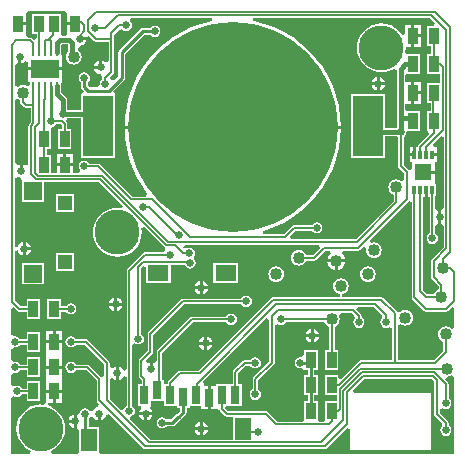
<source format=gbl>
G04 Layer_Physical_Order=2*
G04 Layer_Color=16711680*
%FSLAX25Y25*%
%MOIN*%
G70*
G01*
G75*
%ADD13R,0.03347X0.05512*%
%ADD28C,0.01000*%
%ADD29C,0.00600*%
%ADD30C,0.01500*%
%ADD33C,0.04000*%
%ADD34R,0.04921X0.04921*%
%ADD35R,0.05905X0.05905*%
%ADD36C,0.14961*%
%ADD37C,0.02500*%
%ADD38R,0.07087X0.05512*%
%ADD39R,0.05512X0.07480*%
%ADD40R,0.03150X0.05905*%
%ADD41R,0.05748X0.05354*%
%ADD42R,0.01181X0.02953*%
%ADD43R,0.09370X0.06496*%
%ADD44R,0.00984X0.02756*%
%ADD45C,0.70000*%
%ADD46R,0.10000X0.20000*%
G36*
X4082Y118940D02*
Y118500D01*
X4152Y118149D01*
X4351Y117851D01*
X5351Y116851D01*
X5649Y116652D01*
X6000Y116582D01*
X7645D01*
Y111640D01*
X7151Y111146D01*
X6952Y110848D01*
X6882Y110497D01*
Y97725D01*
X6700Y97581D01*
X5882Y97282D01*
X5378Y97619D01*
X5000Y97695D01*
Y95500D01*
X4000D01*
Y97695D01*
X3622Y97619D01*
X3318Y97416D01*
X2318Y97947D01*
Y119082D01*
X2694Y119338D01*
X3261Y119498D01*
X4082Y118940D01*
D02*
G37*
G36*
X148878Y26787D02*
Y1122D01*
X31448D01*
X30517Y1290D01*
X30517Y2122D01*
Y9970D01*
X26972D01*
Y12945D01*
X27184Y13087D01*
X27405Y13419D01*
X27755Y13492D01*
X28357Y13467D01*
X28517Y13419D01*
X28878Y12878D01*
X29622Y12381D01*
X30000Y12305D01*
Y14500D01*
X31000D01*
Y12305D01*
X31378Y12381D01*
X32122Y12878D01*
X32620Y13622D01*
X32710Y14078D01*
X33744Y14458D01*
X45124Y3078D01*
X45422Y2879D01*
X45773Y2809D01*
X105727D01*
X106078Y2879D01*
X106376Y3078D01*
X113000Y9702D01*
X114000Y9288D01*
Y2500D01*
X141000D01*
Y21500D01*
X115498D01*
X115116Y22424D01*
X118874Y26182D01*
X141323D01*
X142082Y25423D01*
Y14500D01*
X142152Y14149D01*
X142351Y13851D01*
X144720Y11482D01*
X144666Y10334D01*
X144257Y9722D01*
X144114Y9000D01*
X144257Y8278D01*
X144666Y7666D01*
X145278Y7257D01*
X146000Y7114D01*
X146722Y7257D01*
X147334Y7666D01*
X147743Y8278D01*
X147886Y9000D01*
X147743Y9722D01*
X147334Y10334D01*
X146918Y10612D01*
Y11500D01*
X146848Y11851D01*
X146649Y12149D01*
X143918Y14880D01*
Y16055D01*
X144072Y16182D01*
X144918Y16498D01*
X145278Y16257D01*
X146000Y16114D01*
X146722Y16257D01*
X147334Y16666D01*
X147743Y17278D01*
X147886Y18000D01*
X147743Y18722D01*
X147334Y19334D01*
X146918Y19612D01*
Y24500D01*
X146848Y24851D01*
X146649Y25149D01*
X145842Y25956D01*
X146309Y26903D01*
X146500Y26878D01*
X147179Y26967D01*
X147811Y27229D01*
X147878Y27281D01*
X148878Y26787D01*
D02*
G37*
G36*
X142422Y144780D02*
X142040Y143856D01*
X139672D01*
Y137144D01*
X141027D01*
Y134356D01*
X139672D01*
Y127644D01*
X144082D01*
Y124856D01*
X139672D01*
Y118144D01*
X140972D01*
Y115356D01*
X139672D01*
Y108644D01*
X139932D01*
X140346Y107644D01*
X136867Y104165D01*
X136668Y103867D01*
X136598Y103516D01*
Y103382D01*
X136047D01*
Y100906D01*
X135547D01*
Y100406D01*
X133957D01*
Y98429D01*
X134626D01*
Y95986D01*
X133724Y95675D01*
X133626Y95672D01*
X131918Y97380D01*
Y106888D01*
X132334Y107166D01*
X132743Y107778D01*
X132886Y108500D01*
X133004Y108644D01*
X137328D01*
Y115356D01*
X132782D01*
X132376Y116188D01*
Y116746D01*
X132382Y117744D01*
X133377Y117744D01*
X134555D01*
Y121500D01*
Y125256D01*
X132382Y125256D01*
X132376Y126254D01*
Y126812D01*
X132782Y127644D01*
X137328D01*
Y134356D01*
X133338D01*
X133074Y134525D01*
X132495Y135237D01*
X132619Y136500D01*
X132841Y136744D01*
X134555D01*
Y140500D01*
Y144256D01*
X132382D01*
Y141017D01*
X131382Y140766D01*
X131251Y141011D01*
X130241Y142241D01*
X129011Y143251D01*
X127607Y144001D01*
X126084Y144463D01*
X124500Y144619D01*
X122916Y144463D01*
X121393Y144001D01*
X119989Y143251D01*
X118759Y142241D01*
X117749Y141011D01*
X116999Y139607D01*
X116537Y138084D01*
X116381Y136500D01*
X116537Y134916D01*
X116999Y133393D01*
X117749Y131989D01*
X118759Y130759D01*
X119989Y129749D01*
X121393Y128999D01*
X122916Y128537D01*
X124500Y128381D01*
X126084Y128537D01*
X127607Y128999D01*
X128646Y129554D01*
X129530Y129088D01*
X129624Y128969D01*
Y113000D01*
Y109876D01*
X125600D01*
Y121100D01*
X114400D01*
Y99900D01*
X125600D01*
Y107124D01*
X129730D01*
X130082Y106888D01*
Y97000D01*
X130152Y96649D01*
X130351Y96351D01*
X132082Y94620D01*
Y92501D01*
X131965Y92397D01*
X131082Y92063D01*
X130811Y92271D01*
X130179Y92533D01*
X129500Y92622D01*
X128821Y92533D01*
X128189Y92271D01*
X127646Y91854D01*
X127229Y91311D01*
X126967Y90679D01*
X126878Y90000D01*
X126967Y89321D01*
X127229Y88689D01*
X127646Y88146D01*
X128189Y87729D01*
X128582Y87566D01*
Y85380D01*
X115920Y72718D01*
X94430D01*
X94015Y73718D01*
X95880Y75582D01*
X101388D01*
X101666Y75166D01*
X102278Y74757D01*
X103000Y74614D01*
X103722Y74757D01*
X104334Y75166D01*
X104743Y75778D01*
X104886Y76500D01*
X104743Y77222D01*
X104334Y77834D01*
X103722Y78243D01*
X103000Y78386D01*
X102278Y78243D01*
X101666Y77834D01*
X101388Y77418D01*
X95500D01*
X95149Y77348D01*
X94851Y77149D01*
X92120Y74418D01*
X85223D01*
X85100Y75418D01*
X85463Y75509D01*
X88793Y76700D01*
X91991Y78212D01*
X95025Y80031D01*
X97866Y82138D01*
X100487Y84513D01*
X102862Y87134D01*
X104969Y89975D01*
X106788Y93009D01*
X108300Y96207D01*
X109491Y99537D01*
X110351Y102968D01*
X110870Y106467D01*
X111019Y109500D01*
X75000D01*
X38981D01*
X39130Y106467D01*
X39649Y102968D01*
X40509Y99537D01*
X41700Y96207D01*
X43213Y93009D01*
X45031Y89975D01*
X46557Y87918D01*
X46054Y86918D01*
X41380D01*
X31649Y96649D01*
X31606Y96678D01*
X30634Y97649D01*
X30337Y97848D01*
X29986Y97918D01*
X27112D01*
X26834Y98334D01*
X26222Y98743D01*
X25500Y98886D01*
X24778Y98743D01*
X24166Y98334D01*
X23757Y97722D01*
X23614Y97000D01*
X23757Y96278D01*
X24102Y95762D01*
X23993Y95314D01*
X23720Y94762D01*
X21618D01*
Y97000D01*
X16272D01*
Y94762D01*
X14328D01*
Y100856D01*
X12973D01*
Y102644D01*
X14328D01*
Y109138D01*
X14385Y109457D01*
X14779Y110169D01*
X15222Y110257D01*
X15834Y110666D01*
X16112Y111082D01*
X17620D01*
X18027Y110675D01*
Y109356D01*
X16672D01*
Y102644D01*
X21218D01*
Y109356D01*
X19862D01*
Y111055D01*
X19793Y111406D01*
X19594Y111704D01*
X19439Y111859D01*
X19661Y113051D01*
X19770Y113124D01*
X24400D01*
Y99900D01*
X35600D01*
Y121100D01*
X35600D01*
X35186Y122100D01*
X38793Y125707D01*
X38793Y125707D01*
X39036Y126071D01*
X39122Y126500D01*
X39122Y126500D01*
Y134535D01*
X45465Y140878D01*
X47524D01*
X47666Y140666D01*
X48278Y140257D01*
X49000Y140114D01*
X49722Y140257D01*
X50334Y140666D01*
X50743Y141278D01*
X50886Y142000D01*
X50743Y142722D01*
X50334Y143334D01*
X49722Y143743D01*
X49000Y143886D01*
X48278Y143743D01*
X47666Y143334D01*
X47524Y143122D01*
X45000D01*
X44571Y143036D01*
X44207Y142793D01*
X44207Y142793D01*
X37207Y135793D01*
X36964Y135429D01*
X36878Y135000D01*
X36878Y135000D01*
Y126965D01*
X35557Y125643D01*
X34429Y125779D01*
X34024Y126468D01*
X34134Y126836D01*
X35149Y127851D01*
X35348Y128149D01*
X35418Y128500D01*
Y139500D01*
Y140923D01*
X37051Y142556D01*
X38166Y142666D01*
X38778Y142257D01*
X39500Y142114D01*
X40222Y142257D01*
X40834Y142666D01*
X41243Y143278D01*
X41386Y144000D01*
X41243Y144722D01*
X40834Y145334D01*
X40761Y145382D01*
X41064Y146382D01*
X68107D01*
X68181Y145382D01*
X67968Y145351D01*
X64537Y144491D01*
X61207Y143300D01*
X58009Y141788D01*
X54975Y139969D01*
X52134Y137862D01*
X49514Y135487D01*
X47138Y132866D01*
X45031Y130025D01*
X43213Y126991D01*
X41700Y123793D01*
X40509Y120463D01*
X39649Y117032D01*
X39130Y113533D01*
X38981Y110500D01*
X75000D01*
X111019D01*
X110870Y113533D01*
X110351Y117032D01*
X109491Y120463D01*
X108300Y123793D01*
X106788Y126991D01*
X104969Y130025D01*
X102862Y132866D01*
X100487Y135487D01*
X97866Y137862D01*
X95025Y139969D01*
X91991Y141788D01*
X88793Y143300D01*
X85463Y144491D01*
X82032Y145351D01*
X81819Y145382D01*
X81893Y146382D01*
X140820D01*
X142422Y144780D01*
D02*
G37*
G36*
X133712Y85330D02*
X134630Y85019D01*
Y53453D01*
X134699Y53102D01*
X134898Y52804D01*
X138851Y48851D01*
X139149Y48652D01*
X139500Y48582D01*
X146000D01*
X146351Y48652D01*
X146649Y48851D01*
X147955Y50157D01*
X148878Y49774D01*
Y43162D01*
X147878Y42823D01*
X147854Y42854D01*
X147311Y43271D01*
X146679Y43533D01*
X146000Y43622D01*
X145321Y43533D01*
X144689Y43271D01*
X144146Y42854D01*
X143729Y42311D01*
X143467Y41679D01*
X143378Y41000D01*
X143467Y40321D01*
X143729Y39689D01*
X144146Y39146D01*
X144689Y38729D01*
X145082Y38566D01*
Y35380D01*
X142120Y32418D01*
X129918D01*
Y43999D01*
X130035Y44103D01*
X130918Y44437D01*
X131189Y44229D01*
X131821Y43967D01*
X132500Y43878D01*
X133179Y43967D01*
X133811Y44229D01*
X134354Y44646D01*
X134771Y45189D01*
X135033Y45821D01*
X135122Y46500D01*
X135033Y47179D01*
X134771Y47811D01*
X134354Y48354D01*
X133811Y48771D01*
X133179Y49033D01*
X132500Y49122D01*
X131821Y49033D01*
X131189Y48771D01*
X130838Y48502D01*
X130613Y48467D01*
X130052Y48530D01*
X129654Y48647D01*
X129628Y48670D01*
X125149Y53149D01*
X124851Y53348D01*
X124500Y53418D01*
X111370D01*
X111304Y54418D01*
X111679Y54467D01*
X112311Y54729D01*
X112854Y55146D01*
X113271Y55689D01*
X113533Y56321D01*
X113622Y57000D01*
X113533Y57679D01*
X113271Y58311D01*
X112854Y58854D01*
X112311Y59271D01*
X111679Y59533D01*
X111000Y59622D01*
X110321Y59533D01*
X109689Y59271D01*
X109146Y58854D01*
X108729Y58311D01*
X108467Y57679D01*
X108378Y57000D01*
X108467Y56321D01*
X108729Y55689D01*
X109146Y55146D01*
X109689Y54729D01*
X110321Y54467D01*
X110696Y54418D01*
X110630Y53418D01*
X88500D01*
X88149Y53348D01*
X87851Y53149D01*
X63620Y28918D01*
X57500D01*
X57149Y28848D01*
X56851Y28649D01*
X53520Y25318D01*
X53321Y25020D01*
X53252Y24669D01*
Y24340D01*
X52013D01*
Y25915D01*
X51418D01*
Y34620D01*
X61880Y45082D01*
X72888D01*
X73166Y44666D01*
X73778Y44257D01*
X74500Y44114D01*
X75222Y44257D01*
X75834Y44666D01*
X76243Y45278D01*
X76386Y46000D01*
X76243Y46722D01*
X75834Y47334D01*
X75222Y47743D01*
X74500Y47886D01*
X73778Y47743D01*
X73166Y47334D01*
X72888Y46918D01*
X61500D01*
X61149Y46848D01*
X60851Y46649D01*
X49851Y35649D01*
X49652Y35351D01*
X49582Y35000D01*
Y31984D01*
X48693Y31422D01*
X48582Y31414D01*
X48280Y31474D01*
Y29280D01*
X47280D01*
Y31474D01*
X46902Y31399D01*
X46117Y32078D01*
X46075Y32277D01*
X48149Y34351D01*
X48348Y34649D01*
X48418Y35000D01*
Y40620D01*
X58880Y51082D01*
X77888D01*
X78166Y50666D01*
X78778Y50257D01*
X79500Y50114D01*
X80222Y50257D01*
X80834Y50666D01*
X81243Y51278D01*
X81386Y52000D01*
X81243Y52722D01*
X80834Y53334D01*
X80222Y53743D01*
X79500Y53886D01*
X78778Y53743D01*
X78166Y53334D01*
X77888Y52918D01*
X58500D01*
X58149Y52848D01*
X57851Y52649D01*
X46851Y41649D01*
X46652Y41351D01*
X46582Y41000D01*
Y35380D01*
X43851Y32649D01*
X43652Y32351D01*
X43582Y32000D01*
Y27000D01*
X43652Y26649D01*
X43851Y26351D01*
X44590Y25612D01*
Y24340D01*
X43333D01*
Y17235D01*
X44243D01*
X44546Y16235D01*
X44378Y16122D01*
X43881Y15378D01*
X43805Y15000D01*
X48195D01*
X48120Y15378D01*
X47622Y16122D01*
X47454Y16235D01*
X47683Y17235D01*
X47683Y17284D01*
Y18810D01*
X51995D01*
Y17235D01*
X56325D01*
Y16447D01*
X57337D01*
X57361Y15447D01*
X56408Y14494D01*
X56107Y14293D01*
X56107Y14293D01*
X54435Y12622D01*
X52976D01*
X52834Y12834D01*
X52222Y13243D01*
X51500Y13386D01*
X50778Y13243D01*
X50166Y12834D01*
X49757Y12222D01*
X49614Y11500D01*
X49757Y10778D01*
X50166Y10166D01*
X50778Y9757D01*
X51500Y9614D01*
X52222Y9757D01*
X52834Y10166D01*
X52976Y10378D01*
X54900D01*
X54900Y10378D01*
X55329Y10464D01*
X55693Y10707D01*
X57442Y12456D01*
X57743Y12657D01*
X59293Y14207D01*
X59293Y14207D01*
X59536Y14571D01*
X59622Y15000D01*
X59622Y15000D01*
Y16447D01*
X60675D01*
Y17235D01*
X64533D01*
Y15935D01*
X66608D01*
Y19887D01*
Y23840D01*
X65798D01*
X65275Y24170D01*
X65065Y25267D01*
X86082Y46285D01*
X87082Y45870D01*
Y31880D01*
X81851Y26649D01*
X81652Y26351D01*
X81582Y26000D01*
Y22612D01*
X81166Y22334D01*
X80757Y21722D01*
X80614Y21000D01*
X80757Y20278D01*
X81166Y19666D01*
X81778Y19257D01*
X82500Y19114D01*
X83222Y19257D01*
X83834Y19666D01*
X84243Y20278D01*
X84386Y21000D01*
X84243Y21722D01*
X83834Y22334D01*
X83418Y22612D01*
Y25620D01*
X88649Y30851D01*
X88848Y31149D01*
X88918Y31500D01*
Y44055D01*
X89073Y44182D01*
X89918Y44498D01*
X90278Y44257D01*
X91000Y44114D01*
X91722Y44257D01*
X92334Y44666D01*
X92612Y45082D01*
X105566D01*
X105729Y44689D01*
X106146Y44146D01*
X106689Y43729D01*
X107082Y43566D01*
Y35856D01*
X105672D01*
Y29144D01*
X110218D01*
Y35856D01*
X108918D01*
Y43566D01*
X109311Y43729D01*
X109854Y44146D01*
X110271Y44689D01*
X110533Y45321D01*
X110622Y46000D01*
X110533Y46679D01*
X110366Y47082D01*
X110669Y47770D01*
X110940Y48082D01*
X114620D01*
X115366Y47336D01*
X115666Y46334D01*
X115257Y45722D01*
X115114Y45000D01*
X115257Y44278D01*
X115666Y43666D01*
X116278Y43257D01*
X117000Y43114D01*
X117722Y43257D01*
X118334Y43666D01*
X118743Y44278D01*
X118886Y45000D01*
X118743Y45722D01*
X118334Y46334D01*
X117918Y46612D01*
Y47000D01*
X117848Y47351D01*
X117649Y47649D01*
X116215Y49082D01*
X116630Y50082D01*
X122120D01*
X124721Y47482D01*
X124666Y46334D01*
X124257Y45722D01*
X124114Y45000D01*
X124257Y44278D01*
X124666Y43666D01*
X125278Y43257D01*
X126000Y43114D01*
X126722Y43257D01*
X127082Y43498D01*
X127927Y43182D01*
X128082Y43055D01*
Y32418D01*
X117803D01*
X117452Y32348D01*
X117154Y32149D01*
X111142Y26137D01*
X110218Y26520D01*
Y27356D01*
X105672D01*
Y20644D01*
X109682D01*
Y18856D01*
X105672D01*
Y12144D01*
X104765Y11918D01*
X104235D01*
X103328Y12144D01*
X103328Y12918D01*
Y18856D01*
X102177D01*
Y20644D01*
X103328D01*
Y27356D01*
X102177D01*
Y29144D01*
X103328D01*
Y35856D01*
X98782D01*
Y33980D01*
X97782Y33330D01*
X97500Y33386D01*
X96778Y33243D01*
X96166Y32834D01*
X95757Y32222D01*
X95614Y31500D01*
X95757Y30778D01*
X96166Y30166D01*
X96778Y29757D01*
X97500Y29614D01*
X97782Y29670D01*
X98782Y29144D01*
Y29144D01*
X99934D01*
Y27356D01*
X98782D01*
Y20644D01*
X99934D01*
Y18856D01*
X98782D01*
Y12918D01*
X98782Y12144D01*
X97876Y11918D01*
X89880D01*
X86649Y15149D01*
X86351Y15348D01*
X86000Y15418D01*
X73380D01*
X72563Y16235D01*
X72780Y17235D01*
X77998D01*
Y24340D01*
X76740D01*
Y27943D01*
X79380Y30582D01*
X80888D01*
X81166Y30166D01*
X81778Y29757D01*
X82500Y29614D01*
X83222Y29757D01*
X83834Y30166D01*
X84243Y30778D01*
X84386Y31500D01*
X84243Y32222D01*
X83834Y32834D01*
X83222Y33243D01*
X82500Y33386D01*
X81778Y33243D01*
X81166Y32834D01*
X80888Y32418D01*
X79000D01*
X78649Y32348D01*
X78351Y32149D01*
X75174Y28972D01*
X74975Y28674D01*
X74905Y28323D01*
Y24340D01*
X69317D01*
Y23840D01*
X67608D01*
Y19887D01*
Y15935D01*
X69683D01*
X69683Y15935D01*
X70619Y15782D01*
X70644Y15657D01*
X70843Y15359D01*
X72351Y13851D01*
X72649Y13652D01*
X73000Y13582D01*
X75085D01*
Y5844D01*
X47453D01*
X40657Y12641D01*
X40999Y13713D01*
X41222Y13757D01*
X41834Y14166D01*
X42243Y14778D01*
X42386Y15500D01*
X42243Y16222D01*
X41834Y16834D01*
X41418Y17112D01*
Y37555D01*
X41572Y37682D01*
X42418Y37998D01*
X42778Y37757D01*
X43500Y37614D01*
X44222Y37757D01*
X44834Y38166D01*
X45243Y38778D01*
X45386Y39500D01*
X45243Y40222D01*
X44834Y40834D01*
X44418Y41112D01*
Y63077D01*
X45178Y63699D01*
X46050Y63338D01*
Y57983D01*
X54336D01*
Y64082D01*
X58997D01*
X59007Y64028D01*
X59416Y63416D01*
X60028Y63007D01*
X60750Y62864D01*
X61472Y63007D01*
X62084Y63416D01*
X62493Y64028D01*
X62636Y64750D01*
X62493Y65472D01*
X62084Y66084D01*
X62198Y67211D01*
X62243Y67278D01*
X62386Y68000D01*
X62243Y68722D01*
X61834Y69334D01*
X61222Y69743D01*
X60500Y69886D01*
X59778Y69743D01*
X59585Y69613D01*
X58463Y69901D01*
X59046Y70882D01*
X103670D01*
X104085Y69882D01*
X101620Y67418D01*
X99434D01*
X99271Y67811D01*
X98854Y68354D01*
X98311Y68771D01*
X97679Y69033D01*
X97000Y69122D01*
X96321Y69033D01*
X95689Y68771D01*
X95146Y68354D01*
X94729Y67811D01*
X94467Y67179D01*
X94378Y66500D01*
X94467Y65821D01*
X94729Y65189D01*
X95146Y64646D01*
X95689Y64229D01*
X96321Y63967D01*
X97000Y63878D01*
X97679Y63967D01*
X98311Y64229D01*
X98854Y64646D01*
X99271Y65189D01*
X99434Y65582D01*
X102000D01*
X102351Y65652D01*
X102649Y65851D01*
X105680Y68882D01*
X107337D01*
X107677Y67882D01*
X107360Y67640D01*
X106879Y67013D01*
X106577Y66283D01*
X106540Y66000D01*
X109500D01*
X112460D01*
X112423Y66283D01*
X112120Y67013D01*
X111640Y67640D01*
X111323Y67882D01*
X111663Y68882D01*
X116800D01*
X117151Y68952D01*
X117449Y69151D01*
X118673Y70375D01*
X119521Y69809D01*
X119467Y69679D01*
X119378Y69000D01*
X119467Y68321D01*
X119729Y67689D01*
X120146Y67146D01*
X120689Y66729D01*
X121321Y66467D01*
X122000Y66378D01*
X122679Y66467D01*
X123311Y66729D01*
X123854Y67146D01*
X124271Y67689D01*
X124533Y68321D01*
X124622Y69000D01*
X124533Y69679D01*
X124271Y70311D01*
X123854Y70854D01*
X123311Y71271D01*
X122679Y71533D01*
X122000Y71622D01*
X121321Y71533D01*
X121191Y71479D01*
X120625Y72327D01*
X133630Y85332D01*
X133712Y85330D01*
D02*
G37*
G36*
X145282Y106694D02*
Y82960D01*
X144500Y82395D01*
Y80000D01*
Y77605D01*
X145282Y77040D01*
Y70080D01*
X141351Y66149D01*
X141152Y65851D01*
X141082Y65500D01*
Y60000D01*
X141152Y59649D01*
X141351Y59351D01*
X143582Y57120D01*
Y55934D01*
X143189Y55771D01*
X142646Y55354D01*
X142229Y54811D01*
X142066Y54418D01*
X139880D01*
X138433Y55864D01*
Y86618D01*
X138984D01*
Y89095D01*
X139984D01*
Y86618D01*
X140582D01*
Y74612D01*
X140166Y74334D01*
X139757Y73722D01*
X139614Y73000D01*
X139757Y72278D01*
X140166Y71666D01*
X140778Y71257D01*
X141500Y71114D01*
X142222Y71257D01*
X142834Y71666D01*
X143243Y72278D01*
X143386Y73000D01*
X143243Y73722D01*
X142834Y74334D01*
X142418Y74612D01*
Y77240D01*
X143418Y77822D01*
X143500Y77805D01*
Y80000D01*
Y82195D01*
X143418Y82178D01*
X142418Y82760D01*
Y87018D01*
X142643D01*
Y91171D01*
X142374Y91323D01*
Y94500D01*
X138500D01*
Y95500D01*
X142374D01*
Y98429D01*
X143043D01*
Y100406D01*
X141453D01*
Y101406D01*
X143043D01*
Y103382D01*
X141970D01*
X141588Y104306D01*
X144359Y107077D01*
X145282Y106694D01*
D02*
G37*
G36*
X3622Y93381D02*
X4500Y93206D01*
X4524Y93211D01*
X4817Y92250D01*
Y85227D01*
X11923D01*
Y91726D01*
X30476D01*
X38290Y83912D01*
X38267Y83806D01*
X37796Y82992D01*
X36500Y83119D01*
X34916Y82963D01*
X33393Y82501D01*
X31989Y81751D01*
X30759Y80741D01*
X29749Y79511D01*
X28999Y78107D01*
X28537Y76584D01*
X28381Y75000D01*
X28537Y73416D01*
X28999Y71893D01*
X29749Y70489D01*
X30759Y69259D01*
X31989Y68249D01*
X33393Y67499D01*
X34916Y67037D01*
X36500Y66881D01*
X38084Y67037D01*
X39607Y67499D01*
X41011Y68249D01*
X42241Y69259D01*
X43251Y70489D01*
X44001Y71893D01*
X44463Y73416D01*
X44619Y75000D01*
X44492Y76296D01*
X45306Y76767D01*
X45412Y76790D01*
X52251Y69951D01*
X52395Y69855D01*
X52526Y69360D01*
X52279Y68921D01*
X51716Y68418D01*
X45803D01*
X45452Y68348D01*
X45154Y68149D01*
X39851Y62846D01*
X39652Y62548D01*
X39582Y62197D01*
Y29384D01*
X38656Y28921D01*
X38582Y28933D01*
X38122Y29622D01*
X37378Y30119D01*
X37000Y30195D01*
Y28000D01*
Y25805D01*
X37378Y25881D01*
X38122Y26378D01*
X38582Y27067D01*
X38656Y27079D01*
X39582Y26616D01*
Y17112D01*
X39166Y16834D01*
X38757Y16222D01*
X38713Y15999D01*
X37641Y15657D01*
X33918Y19380D01*
Y26015D01*
X34685Y26305D01*
X34918Y26351D01*
X35622Y25881D01*
X36000Y25805D01*
Y28000D01*
Y30195D01*
X35622Y30119D01*
X34918Y29649D01*
X34685Y29695D01*
X33918Y29985D01*
Y31500D01*
X33848Y31851D01*
X33649Y32149D01*
X26649Y39149D01*
X26351Y39348D01*
X26000Y39418D01*
X22612D01*
X22334Y39834D01*
X21722Y40243D01*
X21000Y40386D01*
X20278Y40243D01*
X19666Y39834D01*
X19257Y39222D01*
X19114Y38500D01*
X19257Y37778D01*
X19666Y37166D01*
X20278Y36757D01*
X21000Y36614D01*
X21722Y36757D01*
X22334Y37166D01*
X22612Y37582D01*
X25620D01*
X32082Y31120D01*
Y27052D01*
X31364Y26742D01*
X31082Y26715D01*
X27149Y30649D01*
X26851Y30848D01*
X26500Y30918D01*
X22612D01*
X22334Y31334D01*
X21722Y31743D01*
X21000Y31886D01*
X20278Y31743D01*
X19666Y31334D01*
X19257Y30722D01*
X19114Y30000D01*
X19257Y29278D01*
X19666Y28666D01*
X20278Y28257D01*
X21000Y28114D01*
X21722Y28257D01*
X22334Y28666D01*
X22612Y29082D01*
X26120D01*
X29582Y25620D01*
Y19000D01*
X29652Y18649D01*
X29851Y18351D01*
X30458Y17744D01*
X30078Y16710D01*
X29622Y16620D01*
X28878Y16122D01*
X28464Y15502D01*
X28462Y15502D01*
X27839Y15425D01*
X27378Y15464D01*
X27184Y15755D01*
X26572Y16164D01*
X25850Y16307D01*
X25128Y16164D01*
X24517Y15755D01*
X24108Y15143D01*
X24054Y14871D01*
X23907Y14708D01*
X23156Y14235D01*
X23000Y14199D01*
Y12000D01*
Y9628D01*
X23781Y9072D01*
X23806Y9024D01*
Y2122D01*
X23806Y1290D01*
X22875Y1122D01*
X14588D01*
X14337Y2121D01*
X15511Y2749D01*
X16741Y3759D01*
X17751Y4989D01*
X18501Y6393D01*
X18963Y7916D01*
X19119Y9500D01*
X18963Y11084D01*
X18501Y12607D01*
X17751Y14011D01*
X16741Y15241D01*
X15511Y16251D01*
X14136Y16986D01*
X13343Y17485D01*
Y17485D01*
X13343D01*
X13455Y18244D01*
X13681Y18244D01*
X13681Y18244D01*
X13703Y18244D01*
X14945D01*
Y21500D01*
X12772D01*
X12772Y18961D01*
X12772Y18411D01*
X12388Y17866D01*
D01*
X12388Y17866D01*
X11512Y17569D01*
X11000Y17619D01*
X9416Y17463D01*
X7893Y17001D01*
X6489Y16251D01*
X5259Y15241D01*
X4249Y14011D01*
X3499Y12607D01*
X3037Y11084D01*
X2881Y9500D01*
X3037Y7916D01*
X3499Y6393D01*
X4249Y4989D01*
X5259Y3759D01*
X6489Y2749D01*
X7663Y2121D01*
X7412Y1122D01*
X1122D01*
Y19827D01*
X2121Y20362D01*
X2278Y20257D01*
X3000Y20114D01*
X3722Y20257D01*
X4334Y20666D01*
X4612Y21082D01*
X6282D01*
Y18644D01*
X10828D01*
Y25356D01*
X6282D01*
Y22918D01*
X4612D01*
X4334Y23334D01*
X3722Y23743D01*
X3000Y23886D01*
X2278Y23743D01*
X2121Y23638D01*
X1122Y24172D01*
Y27493D01*
X1285Y27684D01*
X2122Y28189D01*
X2500Y28114D01*
X3222Y28257D01*
X3834Y28666D01*
X4112Y29082D01*
X6282D01*
Y26644D01*
X10828D01*
Y33356D01*
X6282D01*
Y30918D01*
X4112D01*
X3834Y31334D01*
X3222Y31743D01*
X2500Y31886D01*
X2122Y31811D01*
X1285Y32316D01*
X1122Y32507D01*
Y35993D01*
X1285Y36184D01*
X2122Y36689D01*
X2500Y36614D01*
X3222Y36757D01*
X3834Y37166D01*
X4112Y37582D01*
X6282D01*
Y35144D01*
X10828D01*
Y41856D01*
X6282D01*
Y39418D01*
X4112D01*
X3834Y39834D01*
X3222Y40243D01*
X2500Y40386D01*
X2122Y40311D01*
X1285Y40816D01*
X1122Y41007D01*
Y49572D01*
X2045Y49955D01*
X3149Y48851D01*
X3447Y48652D01*
X3798Y48582D01*
X6282D01*
Y46144D01*
X10828D01*
Y52856D01*
X6282D01*
Y50418D01*
X4178D01*
X2318Y52278D01*
Y68840D01*
X3318Y68938D01*
X3381Y68622D01*
X3878Y67878D01*
X4622Y67381D01*
X5000Y67305D01*
Y69500D01*
Y71695D01*
X4622Y71619D01*
X3878Y71122D01*
X3381Y70378D01*
X3318Y70062D01*
X2318Y70160D01*
Y93053D01*
X3318Y93584D01*
X3622Y93381D01*
D02*
G37*
G36*
X28811Y138851D02*
X29108Y138652D01*
X29459Y138582D01*
X33582D01*
Y131985D01*
X32815Y131695D01*
X32582Y131649D01*
X31878Y132120D01*
X31500Y132195D01*
Y130000D01*
X31000D01*
Y129500D01*
X28805D01*
X28881Y129122D01*
X29378Y128378D01*
X30122Y127881D01*
X31000Y127706D01*
X31495Y126911D01*
X31346Y125954D01*
X31166Y125834D01*
X30757Y125222D01*
X30614Y124500D01*
X30659Y124272D01*
X29985Y123272D01*
X27315D01*
X26622Y123965D01*
Y125024D01*
X26834Y125166D01*
X27243Y125778D01*
X27386Y126500D01*
X27243Y127222D01*
X26834Y127834D01*
X26222Y128243D01*
X25500Y128386D01*
X24778Y128243D01*
X24166Y127834D01*
X23757Y127222D01*
X23614Y126500D01*
X23757Y125778D01*
X24166Y125166D01*
X24378Y125024D01*
Y123500D01*
X24378Y123500D01*
X24464Y123071D01*
X24707Y122707D01*
X25314Y122100D01*
X24900Y121100D01*
X24400D01*
Y115876D01*
X19876D01*
Y119000D01*
X19876Y119000D01*
X19772Y119527D01*
X19473Y119973D01*
X17813Y121633D01*
Y123890D01*
X17741Y124252D01*
X18185Y125252D01*
X18185D01*
Y129000D01*
X6815D01*
Y125252D01*
X7471D01*
Y124134D01*
X6471Y123649D01*
X6311Y123771D01*
X5679Y124033D01*
X5000Y124122D01*
X4321Y124033D01*
X3689Y123771D01*
X3318Y123486D01*
X2694Y123662D01*
X2318Y123918D01*
Y130715D01*
X2631Y130974D01*
X3318Y131342D01*
X3500Y131305D01*
Y133500D01*
X4500D01*
Y131305D01*
X4878Y131380D01*
X5622Y131878D01*
X5815Y132166D01*
X6815Y131863D01*
Y130000D01*
X18185D01*
Y133748D01*
X18185Y133748D01*
X17741Y134748D01*
X17813Y135110D01*
Y137367D01*
X18070Y137624D01*
X19930D01*
X20124Y137430D01*
Y135326D01*
X19729Y134811D01*
X19467Y134179D01*
X19378Y133500D01*
X19467Y132821D01*
X19729Y132189D01*
X20146Y131646D01*
X20689Y131229D01*
X21321Y130967D01*
X22000Y130878D01*
X22679Y130967D01*
X23311Y131229D01*
X23854Y131646D01*
X24271Y132189D01*
X24533Y132821D01*
X24622Y133500D01*
X24533Y134179D01*
X24271Y134811D01*
X23854Y135354D01*
X23476Y135645D01*
X23343Y136326D01*
X23351Y136470D01*
X24000Y137206D01*
X24878Y137381D01*
X25622Y137878D01*
X26120Y138622D01*
X26195Y139000D01*
X24000D01*
Y140000D01*
X26195D01*
X26182Y140066D01*
X27103Y140559D01*
X28811Y138851D01*
D02*
G37*
G36*
X19772Y148256D02*
Y145000D01*
X22445D01*
Y144000D01*
X19772D01*
X19772Y140744D01*
X18924Y140376D01*
X18389D01*
X17828Y141144D01*
Y147856D01*
X13282D01*
Y147856D01*
X12718D01*
Y147856D01*
X8172D01*
Y141144D01*
X9614D01*
Y139598D01*
X8614Y139184D01*
X8149Y139649D01*
X7851Y139848D01*
X7500Y139918D01*
X6647D01*
X6228Y140744D01*
Y144000D01*
X3555D01*
Y145000D01*
X6228D01*
Y148256D01*
X6971Y148878D01*
X19029D01*
X19772Y148256D01*
D02*
G37*
%LPC*%
G36*
X135047Y103382D02*
X133957D01*
Y101406D01*
X135047D01*
Y103382D01*
D02*
G37*
G36*
X137728Y121000D02*
X135555D01*
Y117744D01*
X137728D01*
Y121000D01*
D02*
G37*
G36*
X135555Y125256D02*
Y122000D01*
X137728D01*
Y125256D01*
X135555D01*
D02*
G37*
G36*
X18445Y101256D02*
X16272D01*
Y98000D01*
X18445D01*
Y101256D01*
D02*
G37*
G36*
X21618D02*
X19445D01*
Y98000D01*
X21618D01*
Y101256D01*
D02*
G37*
G36*
X123000Y124000D02*
X121305D01*
X121380Y123622D01*
X121878Y122878D01*
X122622Y122380D01*
X123000Y122305D01*
Y124000D01*
D02*
G37*
G36*
X137728Y140000D02*
X135555D01*
Y136744D01*
X137728D01*
Y140000D01*
D02*
G37*
G36*
Y144256D02*
X135555D01*
Y141000D01*
X137728D01*
Y144256D01*
D02*
G37*
G36*
X125695Y124000D02*
X124000D01*
Y122305D01*
X124378Y122380D01*
X125122Y122878D01*
X125619Y123622D01*
X125695Y124000D01*
D02*
G37*
G36*
X123000Y126695D02*
X122622Y126620D01*
X121878Y126122D01*
X121380Y125378D01*
X121305Y125000D01*
X123000D01*
Y126695D01*
D02*
G37*
G36*
X124000D02*
Y125000D01*
X125695D01*
X125619Y125378D01*
X125122Y126122D01*
X124378Y126620D01*
X124000Y126695D01*
D02*
G37*
G36*
X66500Y40195D02*
Y38500D01*
X68195D01*
X68119Y38878D01*
X67622Y39622D01*
X66878Y40119D01*
X66500Y40195D01*
D02*
G37*
G36*
X64000Y9000D02*
X62305D01*
X62381Y8622D01*
X62878Y7878D01*
X63622Y7380D01*
X64000Y7305D01*
Y9000D01*
D02*
G37*
G36*
X103695Y40000D02*
X102000D01*
Y38305D01*
X102378Y38381D01*
X103122Y38878D01*
X103620Y39622D01*
X103695Y40000D01*
D02*
G37*
G36*
X65500Y40195D02*
X65122Y40119D01*
X64378Y39622D01*
X63881Y38878D01*
X63805Y38500D01*
X65500D01*
Y40195D01*
D02*
G37*
G36*
X101000Y42695D02*
X100622Y42619D01*
X99878Y42122D01*
X99381Y41378D01*
X99305Y41000D01*
X101000D01*
Y42695D01*
D02*
G37*
G36*
X102000D02*
Y41000D01*
X103695D01*
X103620Y41378D01*
X103122Y42122D01*
X102378Y42619D01*
X102000Y42695D01*
D02*
G37*
G36*
X101000Y40000D02*
X99305D01*
X99381Y39622D01*
X99878Y38878D01*
X100622Y38381D01*
X101000Y38305D01*
Y40000D01*
D02*
G37*
G36*
X64000Y11695D02*
X63622Y11620D01*
X62878Y11122D01*
X62381Y10378D01*
X62305Y10000D01*
X64000D01*
Y11695D01*
D02*
G37*
G36*
X65000D02*
Y10000D01*
X66695D01*
X66619Y10378D01*
X66122Y11122D01*
X65378Y11620D01*
X65000Y11695D01*
D02*
G37*
G36*
X45500Y14000D02*
X43805D01*
X43881Y13622D01*
X44378Y12878D01*
X45122Y12381D01*
X45500Y12305D01*
Y14000D01*
D02*
G37*
G36*
X48195D02*
X46500D01*
Y12305D01*
X46878Y12381D01*
X47622Y12878D01*
X48120Y13622D01*
X48195Y14000D01*
D02*
G37*
G36*
X66695Y9000D02*
X65000D01*
Y7305D01*
X65378Y7380D01*
X66122Y7878D01*
X66619Y8622D01*
X66695Y9000D01*
D02*
G37*
G36*
X65500Y37500D02*
X63805D01*
X63881Y37122D01*
X64378Y36378D01*
X65122Y35881D01*
X65500Y35805D01*
Y37500D01*
D02*
G37*
G36*
X68195D02*
X66500D01*
Y35805D01*
X66878Y35881D01*
X67622Y36378D01*
X68119Y37122D01*
X68195Y37500D01*
D02*
G37*
G36*
X65000Y58695D02*
Y57000D01*
X66695D01*
X66619Y57378D01*
X66122Y58122D01*
X65378Y58619D01*
X65000Y58695D01*
D02*
G37*
G36*
X76777Y64694D02*
X68490D01*
Y57983D01*
X76777D01*
Y64694D01*
D02*
G37*
G36*
X64000Y56000D02*
X62305D01*
X62381Y55622D01*
X62878Y54878D01*
X63622Y54381D01*
X64000Y54305D01*
Y56000D01*
D02*
G37*
G36*
X66695D02*
X65000D01*
Y54305D01*
X65378Y54381D01*
X66122Y54878D01*
X66619Y55622D01*
X66695Y56000D01*
D02*
G37*
G36*
X64000Y58695D02*
X63622Y58619D01*
X62878Y58122D01*
X62381Y57378D01*
X62305Y57000D01*
X64000D01*
Y58695D01*
D02*
G37*
G36*
X89500Y63622D02*
X88821Y63533D01*
X88189Y63271D01*
X87646Y62854D01*
X87229Y62311D01*
X86967Y61679D01*
X86878Y61000D01*
X86967Y60321D01*
X87229Y59689D01*
X87646Y59146D01*
X88189Y58729D01*
X88821Y58467D01*
X89500Y58378D01*
X90179Y58467D01*
X90811Y58729D01*
X91354Y59146D01*
X91771Y59689D01*
X92033Y60321D01*
X92122Y61000D01*
X92033Y61679D01*
X91771Y62311D01*
X91354Y62854D01*
X90811Y63271D01*
X90179Y63533D01*
X89500Y63622D01*
D02*
G37*
G36*
X112460Y65000D02*
X110000D01*
Y62540D01*
X110283Y62577D01*
X111013Y62880D01*
X111640Y63360D01*
X112120Y63987D01*
X112423Y64717D01*
X112460Y65000D01*
D02*
G37*
G36*
X120000Y63622D02*
X119321Y63533D01*
X118689Y63271D01*
X118146Y62854D01*
X117729Y62311D01*
X117467Y61679D01*
X117378Y61000D01*
X117467Y60321D01*
X117729Y59689D01*
X118146Y59146D01*
X118689Y58729D01*
X119321Y58467D01*
X120000Y58378D01*
X120679Y58467D01*
X121311Y58729D01*
X121854Y59146D01*
X122271Y59689D01*
X122533Y60321D01*
X122622Y61000D01*
X122533Y61679D01*
X122271Y62311D01*
X121854Y62854D01*
X121311Y63271D01*
X120679Y63533D01*
X120000Y63622D01*
D02*
G37*
G36*
X109000Y65000D02*
X106540D01*
X106577Y64717D01*
X106879Y63987D01*
X107360Y63360D01*
X107987Y62880D01*
X108717Y62577D01*
X109000Y62540D01*
Y65000D01*
D02*
G37*
G36*
X14945Y42256D02*
X12772D01*
Y39000D01*
X14945D01*
Y42256D01*
D02*
G37*
G36*
X35500Y50500D02*
X33805D01*
X33880Y50122D01*
X34378Y49378D01*
X35122Y48880D01*
X35500Y48805D01*
Y50500D01*
D02*
G37*
G36*
X38195D02*
X36500D01*
Y48805D01*
X36878Y48880D01*
X37622Y49378D01*
X38120Y50122D01*
X38195Y50500D01*
D02*
G37*
G36*
X35500Y53195D02*
X35122Y53119D01*
X34378Y52622D01*
X33880Y51878D01*
X33805Y51500D01*
X35500D01*
Y53195D01*
D02*
G37*
G36*
X17718Y52856D02*
X13172D01*
Y46144D01*
X17718D01*
Y48582D01*
X19388D01*
X19666Y48166D01*
X20278Y47757D01*
X21000Y47614D01*
X21722Y47757D01*
X22334Y48166D01*
X22743Y48778D01*
X22886Y49500D01*
X22743Y50222D01*
X22334Y50834D01*
X21722Y51243D01*
X21000Y51386D01*
X20278Y51243D01*
X19666Y50834D01*
X19388Y50418D01*
X17718D01*
Y52856D01*
D02*
G37*
G36*
X18118Y42256D02*
X15945D01*
Y39000D01*
X18118D01*
Y42256D01*
D02*
G37*
G36*
X22000Y14195D02*
X21622Y14119D01*
X20878Y13622D01*
X20380Y12878D01*
X20305Y12500D01*
X22000D01*
Y14195D01*
D02*
G37*
G36*
X18118Y21500D02*
X15945D01*
Y18244D01*
X18118D01*
Y21500D01*
D02*
G37*
G36*
Y29500D02*
X15445D01*
X12772D01*
Y26756D01*
X12772Y26244D01*
X12772Y25244D01*
Y22500D01*
X15445D01*
X18118D01*
Y25244D01*
X18118Y25756D01*
X18118Y26756D01*
Y29500D01*
D02*
G37*
G36*
X22000Y11500D02*
X20305D01*
X20380Y11122D01*
X20878Y10378D01*
X21622Y9881D01*
X22000Y9805D01*
Y11500D01*
D02*
G37*
G36*
X18118Y38000D02*
X15445D01*
X12772D01*
Y34756D01*
X12772Y34744D01*
Y33756D01*
X12772Y33744D01*
Y30500D01*
X15445D01*
X18118D01*
Y33744D01*
X18118Y33756D01*
Y34744D01*
X18118Y34756D01*
Y38000D01*
D02*
G37*
G36*
X36500Y53195D02*
Y51500D01*
X38195D01*
X38120Y51878D01*
X37622Y52622D01*
X36878Y53119D01*
X36500Y53195D01*
D02*
G37*
G36*
X22061Y87903D02*
X15939D01*
Y81782D01*
X22061D01*
Y87903D01*
D02*
G37*
G36*
X11923Y64773D02*
X4817D01*
Y57668D01*
X11923D01*
Y64773D01*
D02*
G37*
G36*
X7695Y69000D02*
X6000D01*
Y67305D01*
X6378Y67381D01*
X7122Y67878D01*
X7620Y68622D01*
X7695Y69000D01*
D02*
G37*
G36*
X6000Y71695D02*
Y70000D01*
X7695D01*
X7620Y70378D01*
X7122Y71122D01*
X6378Y71619D01*
X6000Y71695D01*
D02*
G37*
G36*
X22061Y68218D02*
X15939D01*
Y62097D01*
X22061D01*
Y68218D01*
D02*
G37*
G36*
X30500Y132195D02*
X30122Y132120D01*
X29378Y131622D01*
X28881Y130878D01*
X28805Y130500D01*
X30500D01*
Y132195D01*
D02*
G37*
%LPD*%
D13*
X10445Y144500D02*
D03*
X3555D02*
D03*
X107945Y15500D02*
D03*
X101055D02*
D03*
X8555Y22000D02*
D03*
X15445D02*
D03*
X8555Y30000D02*
D03*
X15445D02*
D03*
X8555Y38500D02*
D03*
X15445D02*
D03*
X107945Y24000D02*
D03*
X101055D02*
D03*
X22445Y144500D02*
D03*
X15555D02*
D03*
X18945Y97500D02*
D03*
X12055D02*
D03*
X18945Y106000D02*
D03*
X12055D02*
D03*
X107945Y32500D02*
D03*
X101055D02*
D03*
X135055Y131000D02*
D03*
X141945D02*
D03*
X135055Y112000D02*
D03*
X141945D02*
D03*
X8555Y49500D02*
D03*
X15445D02*
D03*
X141945Y121500D02*
D03*
X135055D02*
D03*
X141945Y140500D02*
D03*
X135055D02*
D03*
D28*
X97500Y31500D02*
X101110D01*
X26850Y122150D02*
X33650D01*
X25500Y123500D02*
X26850Y122150D01*
X25500Y123500D02*
Y126500D01*
X33650Y122150D02*
X38000Y126500D01*
X51500Y11500D02*
X54900D01*
X56900Y13500D01*
X56950Y13450D01*
X58500Y15000D01*
X14500Y112000D02*
Y123684D01*
X58500Y15000D02*
Y20000D01*
X101055Y17000D02*
Y24000D01*
Y31445D02*
X101110Y31500D01*
X101055Y24000D02*
Y31445D01*
X25850Y6941D02*
X27161Y5630D01*
X25850Y6941D02*
Y14421D01*
X38000Y126500D02*
Y135000D01*
X45000Y142000D01*
X49000D01*
D29*
X22117Y145000D02*
X24500D01*
X25500Y142000D02*
Y144000D01*
X24000Y140500D02*
X25500Y142000D01*
X24000Y139500D02*
Y140500D01*
X24500Y145000D02*
X25500Y144000D01*
X10445Y144500D02*
X10531Y144413D01*
Y135110D02*
Y144413D01*
X15227Y140707D02*
Y145000D01*
X14437Y139000D02*
X14469Y138969D01*
X13519Y139000D02*
X14437D01*
X14469Y135110D02*
Y138969D01*
X13519Y139000D02*
X15227Y140707D01*
X12500Y139000D02*
X13519D01*
X29500Y148500D02*
X142500D01*
X26850Y145850D02*
X29500Y148500D01*
X26850Y142109D02*
Y145850D01*
Y142109D02*
X29459Y139500D01*
X34500D01*
X32500Y124500D02*
Y126500D01*
X34500Y128500D01*
Y139500D02*
Y141303D01*
Y128500D02*
Y139500D01*
Y141303D02*
X37197Y144000D01*
X58500Y52000D02*
X79500D01*
X47500Y41000D02*
X58500Y52000D01*
X47500Y35000D02*
Y41000D01*
X44500Y32000D02*
X47500Y35000D01*
X44500Y27000D02*
Y32000D01*
Y27000D02*
X45508Y25992D01*
Y20787D02*
Y25992D01*
X108000Y31500D02*
Y46000D01*
X50500Y35000D02*
X61500Y46000D01*
X50500Y23024D02*
Y35000D01*
X49839Y22362D02*
X50500Y23024D01*
X45773Y3727D02*
X105727D01*
X30500Y19000D02*
X45773Y3727D01*
X30500Y19000D02*
Y26000D01*
X47073Y4927D02*
X104427D01*
X33000Y19000D02*
X47073Y4927D01*
X33000Y19000D02*
Y31500D01*
X55900Y70600D02*
X58500Y68000D01*
X52900Y70600D02*
X55900D01*
X30856Y92644D02*
X52900Y70600D01*
X58500Y68000D02*
X59500D01*
X53397Y71800D02*
X116300D01*
X47000Y83500D02*
X56500Y74000D01*
X45000Y83500D02*
X47000D01*
X56500Y74000D02*
X57000D01*
X25500Y97000D02*
X29986D01*
X30993Y95993D01*
X92500Y73500D02*
X95500Y76500D01*
X60730Y73500D02*
X92500D01*
X48230Y86000D02*
X60730Y73500D01*
X41000Y86000D02*
X48230D01*
X116300Y71800D02*
X129500Y85000D01*
X45000Y65000D02*
X60500D01*
X60750Y64750D01*
X31353Y93844D02*
X53397Y71800D01*
X40500Y62197D02*
X45803Y67500D01*
X54000D01*
X146000Y35000D02*
Y41000D01*
X142500Y31500D02*
X146000Y35000D01*
X129000Y31500D02*
X142500D01*
X142000Y108000D02*
Y112890D01*
X141890Y113000D02*
Y123500D01*
X105300Y69800D02*
X116800D01*
X102000Y66500D02*
X105300Y69800D01*
X97000Y66500D02*
X102000D01*
X133000Y86000D02*
Y95000D01*
X116800Y69800D02*
X133000Y86000D01*
X131000Y97000D02*
X133000Y95000D01*
X131000Y97000D02*
Y108500D01*
X8563Y117500D02*
Y123890D01*
Y111260D02*
Y117500D01*
X5000Y118500D02*
Y121500D01*
Y118500D02*
X6000Y117500D01*
X8563D01*
X129500Y85000D02*
Y90000D01*
X88500Y52500D02*
X124500D01*
X64000Y28000D02*
X88500Y52500D01*
X124500D02*
X129000Y48000D01*
Y31500D02*
Y48000D01*
X122500Y51000D02*
X126000Y47500D01*
X89500Y51000D02*
X122500D01*
X63000Y24500D02*
X89500Y51000D01*
X126000Y45000D02*
Y47500D01*
X144500Y53500D02*
Y57500D01*
X142000Y60000D02*
X144500Y57500D01*
X139500Y53500D02*
X144500D01*
X137516Y55484D02*
X139500Y53500D01*
X142000Y60000D02*
Y65500D01*
X148600Y52100D02*
Y61900D01*
X146000Y49500D02*
X148600Y52100D01*
X139500Y49500D02*
X146000D01*
X147500Y63000D02*
X148600Y61900D01*
X145000Y63000D02*
X147500D01*
X145000D02*
Y66000D01*
X146200Y69700D02*
Y142300D01*
X142000Y65500D02*
X146200Y69700D01*
X117803Y31500D02*
X129000D01*
X110303Y24000D02*
X117803Y31500D01*
X115000Y49000D02*
X117000Y47000D01*
X90000Y49000D02*
X115000D01*
X88000Y47000D02*
X90000Y49000D01*
X117000Y45000D02*
Y47000D01*
X146000Y9000D02*
Y11500D01*
X143000Y14500D02*
X146000Y11500D01*
X143000Y14500D02*
Y25803D01*
X141703Y27100D02*
X143000Y25803D01*
X118494Y27100D02*
X141703D01*
X113000Y21606D02*
X118494Y27100D01*
X146000Y18000D02*
Y24500D01*
X142200Y28300D02*
X146000Y24500D01*
X117997Y28300D02*
X142200D01*
X111800Y22103D02*
X117997Y28300D01*
X117500Y29500D02*
X145500D01*
X110600Y22600D02*
X117500Y29500D01*
X31000Y96000D02*
X41000Y86000D01*
X30993Y95993D02*
X31000Y96000D01*
X95500Y76500D02*
X103000D01*
X10009Y93844D02*
X31353D01*
X9512Y92644D02*
X30856D01*
X43500Y63500D02*
X45000Y65000D01*
X9000Y94853D02*
X10009Y93844D01*
X7800Y94356D02*
X9512Y92644D01*
X7800Y94356D02*
Y110497D01*
X8563Y111260D01*
X9000Y94853D02*
Y110000D01*
X10531Y111531D01*
Y123890D01*
X18000Y112000D02*
X18945Y111055D01*
X14500Y112000D02*
X18000D01*
X18945Y106000D02*
Y111055D01*
X12055Y97500D02*
Y106000D01*
X12100Y108100D02*
Y119100D01*
X12500Y119500D01*
X7500Y139000D02*
X8563Y137937D01*
X2900Y139000D02*
X7500D01*
X1400Y137500D02*
X2900Y139000D01*
X79508Y8500D02*
X83500D01*
X75823Y20787D02*
Y28323D01*
X91000Y46000D02*
X108000D01*
X86000Y14500D02*
X89500Y11000D01*
X73000Y14500D02*
X86000D01*
X71492Y16008D02*
X73000Y14500D01*
X71492Y16008D02*
Y20787D01*
X21000Y30000D02*
X26500D01*
X21000Y38500D02*
X26000D01*
X33000Y31500D01*
X62831Y20787D02*
X63000Y20957D01*
X79000Y31500D02*
X82500D01*
X75823Y28323D02*
X79000Y31500D01*
X78441Y9567D02*
X79508Y8500D01*
X15695Y49500D02*
X21000D01*
X29000Y143000D02*
X32500D01*
X37197Y144000D02*
X39500D01*
X145000Y109016D02*
Y130000D01*
X144000Y131000D02*
X145000Y130000D01*
X141945Y131000D02*
X144000D01*
X137516Y103516D02*
X142000Y108000D01*
X137516Y100906D02*
Y103516D01*
X141945Y131000D02*
Y140500D01*
X147500Y68500D02*
Y143500D01*
X145000Y66000D02*
X147500Y68500D01*
X8555Y38500D02*
X9055D01*
X2500D02*
X8555D01*
Y30000D02*
X9055D01*
X2500D02*
X8555D01*
Y22000D02*
X9055D01*
X3000D02*
X8555D01*
X141500Y73000D02*
Y89047D01*
X141453Y89095D02*
X141500Y89047D01*
X137516Y55484D02*
Y89095D01*
X135547Y53453D02*
Y89095D01*
Y53453D02*
X139500Y49500D01*
X139484Y100906D02*
Y103500D01*
X141890Y113000D02*
X142000Y112890D01*
X139484Y103500D02*
X145000Y109016D01*
X12500Y135110D02*
Y139000D01*
Y119500D02*
Y123890D01*
X8563Y135110D02*
Y137937D01*
X89500Y11000D02*
X107000D01*
X107945Y11945D01*
Y15500D01*
X105727Y3727D02*
X113000Y11000D01*
X104427Y4927D02*
X111800Y12300D01*
X107945Y15500D02*
X110000D01*
X110600Y16100D01*
Y22600D01*
X107945Y24000D02*
X110303D01*
X111800Y12300D02*
Y22103D01*
X113000Y11000D02*
Y21606D01*
X26500Y30000D02*
X30500Y26000D01*
X82500Y21000D02*
Y26000D01*
X88000Y31500D01*
Y47000D01*
X63000Y20957D02*
Y24500D01*
X43500Y39500D02*
Y63500D01*
X40500Y15500D02*
Y62197D01*
X61500Y46000D02*
X74500D01*
X142500Y148500D02*
X147500Y143500D01*
X32500Y143000D02*
X36800Y147300D01*
X141200D01*
X146200Y142300D01*
X54169Y20787D02*
Y24669D01*
X57500Y28000D01*
X64000D01*
X1400Y51898D02*
Y137500D01*
Y51898D02*
X3798Y49500D01*
X7055D01*
D30*
X18500Y114500D02*
X29000D01*
X20500Y139000D02*
X21500Y138000D01*
Y134500D02*
Y138000D01*
X131000Y113000D02*
X135000D01*
X131000Y108500D02*
Y113000D01*
X120500Y108500D02*
X131000D01*
X120000Y109000D02*
X120500Y108500D01*
X30000Y110500D02*
Y113500D01*
X29000Y114500D02*
X30000Y113500D01*
X18500Y114500D02*
Y119000D01*
X16437Y121063D02*
X18500Y119000D01*
X16437Y121063D02*
Y123890D01*
X17500Y139000D02*
X20500D01*
X16437Y135110D02*
Y137937D01*
X17500Y139000D01*
X132500Y131000D02*
X135055D01*
X131000Y129500D02*
X132500Y131000D01*
X131000Y113000D02*
Y129500D01*
D33*
X145000Y63000D02*
D03*
X22000Y133500D02*
D03*
X89500Y61000D02*
D03*
X97000Y66500D02*
D03*
X5000Y121500D02*
D03*
X129500Y90000D02*
D03*
X109500Y65500D02*
D03*
X111000Y57000D02*
D03*
X144500Y53500D02*
D03*
X120000Y61000D02*
D03*
X132500Y46500D02*
D03*
X122000Y69000D02*
D03*
X108000Y46000D02*
D03*
X146000Y41000D02*
D03*
X146500Y29500D02*
D03*
D34*
X19000Y65158D02*
D03*
Y84842D02*
D03*
D35*
X8370Y88779D02*
D03*
Y61221D02*
D03*
D36*
X11000Y9500D02*
D03*
X124500Y136500D02*
D03*
X36500Y75000D02*
D03*
D37*
X24000Y139500D02*
D03*
X4000Y133500D02*
D03*
X32500Y124500D02*
D03*
X31000Y130000D02*
D03*
X57000Y74000D02*
D03*
X25500Y97000D02*
D03*
X60500Y68000D02*
D03*
X60750Y64750D02*
D03*
X54000Y67500D02*
D03*
X126000Y45000D02*
D03*
X117000D02*
D03*
X146000Y18000D02*
D03*
Y9000D02*
D03*
X50000Y120000D02*
D03*
X97500Y31500D02*
D03*
X138500Y95000D02*
D03*
X89500Y87500D02*
D03*
X101500Y40500D02*
D03*
X64500Y56500D02*
D03*
X66000Y38000D02*
D03*
X64500Y9500D02*
D03*
X46000Y14500D02*
D03*
X36000Y51000D02*
D03*
X45500Y96500D02*
D03*
X101000Y94500D02*
D03*
X88000Y110500D02*
D03*
X62500Y98500D02*
D03*
X4500Y95500D02*
D03*
X103000Y76500D02*
D03*
X45000Y83500D02*
D03*
X51500Y11500D02*
D03*
X131000Y108500D02*
D03*
X14500Y112000D02*
D03*
X18500Y114500D02*
D03*
X30500Y14500D02*
D03*
X36500Y28000D02*
D03*
X47780Y29280D02*
D03*
X51500Y130500D02*
D03*
X5500Y69500D02*
D03*
X85500Y140000D02*
D03*
X68500Y137000D02*
D03*
X40500Y15500D02*
D03*
X82500Y21000D02*
D03*
X91000Y46000D02*
D03*
X79500Y52000D02*
D03*
X43500Y39500D02*
D03*
X82500Y31500D02*
D03*
X83500Y8500D02*
D03*
X21000Y49500D02*
D03*
X25500Y126500D02*
D03*
X49000Y142000D02*
D03*
X39500Y144000D02*
D03*
X29000Y143000D02*
D03*
X21000Y38500D02*
D03*
Y30000D02*
D03*
X3000Y22000D02*
D03*
X2500Y30000D02*
D03*
Y38500D02*
D03*
X141500Y73000D02*
D03*
X25850Y14421D02*
D03*
X144000Y80000D02*
D03*
X74500Y46000D02*
D03*
X22500Y12000D02*
D03*
X123500Y124500D02*
D03*
D38*
X50193Y61339D02*
D03*
X72634D02*
D03*
D39*
X27161Y5630D02*
D03*
X78441Y9567D02*
D03*
D40*
X75823Y20787D02*
D03*
X71492D02*
D03*
X67108Y19887D02*
D03*
X62831Y20787D02*
D03*
X58500Y20000D02*
D03*
X54169Y20787D02*
D03*
X49839Y22362D02*
D03*
X45508Y20787D02*
D03*
D41*
X138500Y95000D02*
D03*
D42*
X135547Y100906D02*
D03*
X137516D02*
D03*
X139484D02*
D03*
X141453D02*
D03*
Y89095D02*
D03*
X139484D02*
D03*
X137516D02*
D03*
X135547D02*
D03*
D43*
X12500Y129500D02*
D03*
D44*
X8563Y135110D02*
D03*
X10531D02*
D03*
X12500D02*
D03*
X14469D02*
D03*
X16437D02*
D03*
X8563Y123890D02*
D03*
X10531D02*
D03*
X12500D02*
D03*
X14469D02*
D03*
X16437D02*
D03*
D45*
X75000Y110000D02*
D03*
D46*
X30000Y110500D02*
D03*
X120000D02*
D03*
M02*

</source>
